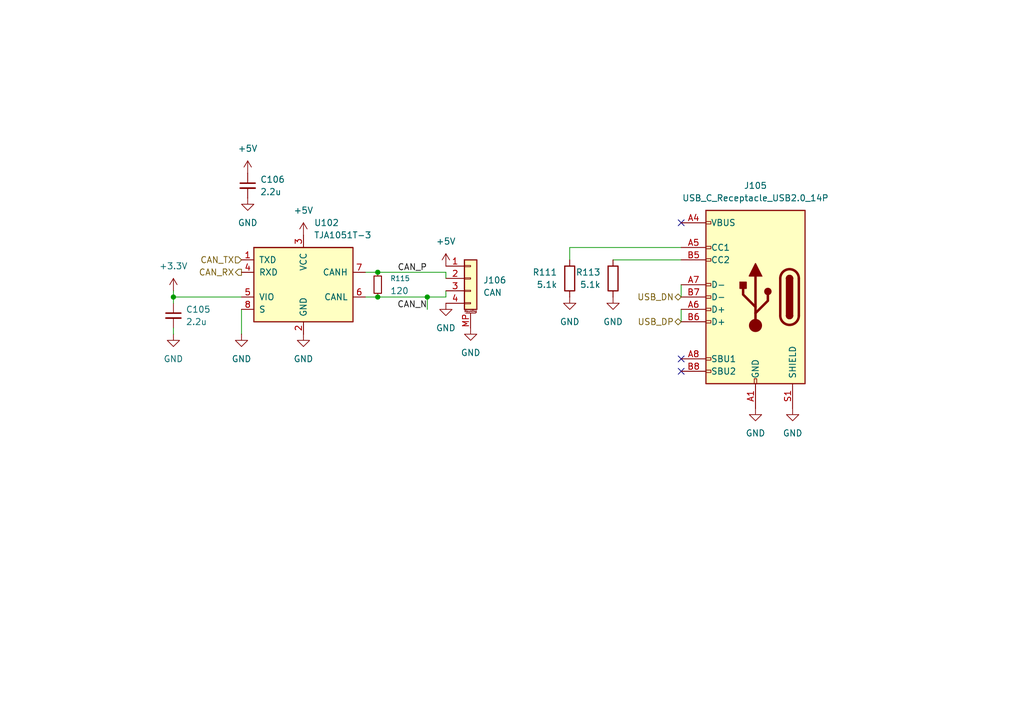
<source format=kicad_sch>
(kicad_sch (version 20250114) (generator "eeschema") (generator_version "9.0")
  (paper "A5")
  (title_block (title "GreenMobi Drive") (date "2025-09-09") (rev "1.0"))
  (lib_symbols
    (symbol "Connector:USB_C_Receptacle_USB2.0_16P" (pin_names (offset 1.016))
      (property "Reference" "J" (at 0 22.225 0))
      (property "Value" "USB_C_Receptacle_USB2.0_16P" (at 0 19.685 0))
      (symbol "USB_C_Receptacle_USB2.0_16P_0_0"
        (rectangle (start -0.254 -17.78) (end 0.254 -16.764))
        (rectangle (start 10.16 15.494) (end 9.144 14.986))
        (rectangle (start 10.16 10.414) (end 9.144 9.906))
        (rectangle (start 10.16 7.874) (end 9.144 7.366))
        (rectangle (start 10.16 2.794) (end 9.144 2.286))
        (rectangle (start 10.16 0.254) (end 9.144 -0.254))
        (rectangle (start 10.16 -2.286) (end 9.144 -2.794))
        (rectangle (start 10.16 -4.826) (end 9.144 -5.334))
        (rectangle (start 10.16 -12.446) (end 9.144 -12.954))
        (rectangle (start 10.16 -14.986) (end 9.144 -15.494))
      )
      (symbol "USB_C_Receptacle_USB2.0_16P_0_1"
        (rectangle (start -10.16 17.78) (end 10.16 -17.78) (stroke (width 0.254)) (fill (type background)))
        (polyline (pts (xy -8.89 -3.81) (xy -8.89 3.81)) (stroke (width 0.508)))
        (rectangle (start -7.62 -3.81) (end -6.35 3.81) (stroke (width 0.254)) (fill (type outline)))
        (arc (start -7.62 3.81) (mid -6.985 4.4423) (end -6.35 3.81) (stroke (width 0.254)))
        (arc (start -7.62 3.81) (mid -6.985 4.4423) (end -6.35 3.81) (stroke (width 0.254)) (fill (type outline)))
        (arc (start -8.89 3.81) (mid -6.985 5.7067) (end -5.08 3.81) (stroke (width 0.508)))
        (arc (start -5.08 -3.81) (mid -6.985 -5.7067) (end -8.89 -3.81) (stroke (width 0.508)))
        (arc (start -6.35 -3.81) (mid -6.985 -4.4423) (end -7.62 -3.81) (stroke (width 0.254)))
        (arc (start -6.35 -3.81) (mid -6.985 -4.4423) (end -7.62 -3.81) (stroke (width 0.254)) (fill (type outline)))
        (polyline (pts (xy -5.08 3.81) (xy -5.08 -3.81)) (stroke (width 0.508)))
        (circle (center -2.54 1.143) (radius 0.635) (stroke (width 0.254)) (fill (type outline)))
        (polyline (pts (xy -1.27 4.318) (xy 0 6.858) (xy 1.27 4.318) (xy -1.27 4.318)) (stroke (width 0.254)) (fill (type outline)))
        (polyline (pts (xy 0 -2.032) (xy 2.54 0.508) (xy 2.54 1.778)) (stroke (width 0.508)))
        (polyline (pts (xy 0 -3.302) (xy -2.54 -0.762) (xy -2.54 0.508)) (stroke (width 0.508)))
        (polyline (pts (xy 0 -5.842) (xy 0 4.318)) (stroke (width 0.508)))
        (circle (center 0 -5.842) (radius 1.27) (fill (type outline)))
        (rectangle (start 1.905 1.778) (end 3.175 3.048) (stroke (width 0.254)) (fill (type outline)))
      )
      (symbol "USB_C_Receptacle_USB2.0_16P_1_1"
        (pin passive line (at -7.62 -22.86 90) (length 5.08) (name "SHIELD") (number "S1"))
        (pin passive line (at 0 -22.86 90) (length 5.08) (name "GND") (number "A1"))
        (pin passive line (at 0 -22.86 90) (length 5.08) (hide yes) (name "GND") (number "A12"))
        (pin passive line (at 0 -22.86 90) (length 5.08) (hide yes) (name "GND") (number "B1"))
        (pin passive line (at 0 -22.86 90) (length 5.08) (hide yes) (name "GND") (number "B12"))
        (pin passive line (at 15.24 15.24 180) (length 5.08) (name "VBUS") (number "A4"))
        (pin passive line (at 15.24 15.24 180) (length 5.08) (hide yes) (name "VBUS") (number "A9"))
        (pin passive line (at 15.24 15.24 180) (length 5.08) (hide yes) (name "VBUS") (number "B4"))
        (pin passive line (at 15.24 15.24 180) (length 5.08) (hide yes) (name "VBUS") (number "B9"))
        (pin bidirectional line (at 15.24 10.16 180) (length 5.08) (name "CC1") (number "A5"))
        (pin bidirectional line (at 15.24 7.62 180) (length 5.08) (name "CC2") (number "B5"))
        (pin bidirectional line (at 15.24 2.54 180) (length 5.08) (name "D-") (number "A7"))
        (pin bidirectional line (at 15.24 0 180) (length 5.08) (name "D-") (number "B7"))
        (pin bidirectional line (at 15.24 -2.54 180) (length 5.08) (name "D+") (number "A6"))
        (pin bidirectional line (at 15.24 -5.08 180) (length 5.08) (name "D+") (number "B6"))
        (pin bidirectional line (at 15.24 -12.7 180) (length 5.08) (name "SBU1") (number "A8"))
        (pin bidirectional line (at 15.24 -15.24 180) (length 5.08) (name "SBU2") (number "B8"))
      )
    )
    (symbol "Connector_Generic_MountingPin:Conn_01x04_MountingPin" (pin_names (offset 1.016) (hide yes))
      (property "Reference" "J" (at 0 5.08 0))
      (property "Value" "Conn_01x04_MountingPin" (at 1.27 -7.62 0))
      (symbol "Conn_01x04_MountingPin_1_1"
        (rectangle (start -1.27 3.81) (end 1.27 -6.35) (stroke (width 0.254)) (fill (type background)))
        (rectangle (start -1.27 2.667) (end 0 2.413) (stroke (width 0.1524)))
        (rectangle (start -1.27 0.127) (end 0 -0.127) (stroke (width 0.1524)))
        (rectangle (start -1.27 -2.413) (end 0 -2.667) (stroke (width 0.1524)))
        (rectangle (start -1.27 -4.953) (end 0 -5.207) (stroke (width 0.1524)))
        (polyline (pts (xy -1.016 -7.112) (xy 1.016 -7.112)) (stroke (width 0.1524)))
        (text "Mounting" (at 0 -6.731 0) (effects (font (size 0.381 0.381))))
        (pin passive line (at -5.08 2.54 0) (length 3.81) (name "Pin_1") (number "1"))
        (pin passive line (at -5.08 0 0) (length 3.81) (name "Pin_2") (number "2"))
        (pin passive line (at -5.08 -2.54 0) (length 3.81) (name "Pin_3") (number "3"))
        (pin passive line (at -5.08 -5.08 0) (length 3.81) (name "Pin_4") (number "4"))
        (pin passive line (at 0 -10.16 90) (length 3.048) (name "MountPin") (number "MP"))
      )
    )
    (symbol "Device:C_Small" (pin_numbers (hide yes)) (pin_names (offset 0.254) (hide yes))
      (property "Reference" "C" (at 0.254 1.778 0))
      (property "Value" "C_Small" (at 0.254 -2.032 0))
      (symbol "C_Small_0_1"
        (polyline (pts (xy -1.524 0.508) (xy 1.524 0.508)) (stroke (width 0.3048)))
        (polyline (pts (xy -1.524 -0.508) (xy 1.524 -0.508)) (stroke (width 0.3302)))
      )
      (symbol "C_Small_1_1"
        (pin passive line (at 0 2.54 270) (length 2.032) (name "~") (number "1"))
        (pin passive line (at 0 -2.54 90) (length 2.032) (name "~") (number "2"))
      )
    )
    (symbol "Device:R" (pin_numbers (hide yes)) (pin_names (offset 0))
      (property "Reference" "R" (at 2.032 0 90))
      (property "Value" "R" (at 0 0 90))
      (symbol "R_0_1"
        (rectangle (start -1.016 -2.54) (end 1.016 2.54) (stroke (width 0.254)))
      )
      (symbol "R_1_1"
        (pin passive line (at 0 3.81 270) (length 1.27) (name "~") (number "1"))
        (pin passive line (at 0 -3.81 90) (length 1.27) (name "~") (number "2"))
      )
    )
    (symbol "Device:R_Small" (pin_numbers (hide yes)) (pin_names (offset 0.254) (hide yes))
      (property "Reference" "R" (at 0 0 90))
      (property "Value" "R_Small" (at 1.778 0 90))
      (symbol "R_Small_0_1"
        (rectangle (start -0.762 1.778) (end 0.762 -1.778) (stroke (width 0.2032)))
      )
      (symbol "R_Small_1_1"
        (pin passive line (at 0 2.54 270) (length 0.762) (name "~") (number "1"))
        (pin passive line (at 0 -2.54 90) (length 0.762) (name "~") (number "2"))
      )
    )
    (symbol "Interface_CAN_LIN:TJA1051T-3" (pin_names (offset 1.016))
      (property "Reference" "U" (at -10.16 8.89 0))
      (property "Value" "TJA1051T-3" (at 1.27 8.89 0))
      (symbol "TJA1051T-3_0_1"
        (rectangle (start -10.16 7.62) (end 10.16 -7.62) (stroke (width 0.254)) (fill (type background)))
      )
      (symbol "TJA1051T-3_1_1"
        (pin input line (at -12.7 5.08 0) (length 2.54) (name "TXD") (number "1"))
        (pin output line (at -12.7 2.54 0) (length 2.54) (name "RXD") (number "4"))
        (pin power_in line (at -12.7 -2.54 0) (length 2.54) (name "VIO") (number "5"))
        (pin input line (at -12.7 -5.08 0) (length 2.54) (name "S") (number "8"))
        (pin power_in line (at 0 10.16 270) (length 2.54) (name "VCC") (number "3"))
        (pin power_in line (at 0 -10.16 90) (length 2.54) (name "GND") (number "2"))
        (pin bidirectional line (at 12.7 2.54 180) (length 2.54) (name "CANH") (number "7"))
        (pin bidirectional line (at 12.7 -2.54 180) (length 2.54) (name "CANL") (number "6"))
      )
    )
    (symbol "power:+3.3V" (power) (pin_numbers (hide yes)) (pin_names (offset 0) (hide yes))
      (property "Value" "+3.3V" (at 0 3.556 0))
      (symbol "+3.3V_0_1"
        (polyline (pts (xy -0.762 1.27) (xy 0 2.54)))
        (polyline (pts (xy 0 2.54) (xy 0.762 1.27)))
        (polyline (pts (xy 0 0) (xy 0 2.54)))
      )
      (symbol "+3.3V_1_1"
        (pin power_in line (at 0 0 90) (length 0) (name "~") (number "1"))
      )
    )
    (symbol "power:+5V" (power) (pin_numbers (hide yes)) (pin_names (offset 0) (hide yes))
      (property "Value" "+5V" (at 0 3.556 0))
      (symbol "+5V_0_1"
        (polyline (pts (xy -0.762 1.27) (xy 0 2.54)))
        (polyline (pts (xy 0 2.54) (xy 0.762 1.27)))
        (polyline (pts (xy 0 0) (xy 0 2.54)))
      )
      (symbol "+5V_1_1"
        (pin power_in line (at 0 0 90) (length 0) (name "~") (number "1"))
      )
    )
    (symbol "power:GND" (power) (pin_numbers (hide yes)) (pin_names (offset 0) (hide yes))
      (property "Value" "GND" (at 0 -3.81 0))
      (symbol "GND_0_1"
        (polyline (pts (xy 0 0) (xy 0 -1.27) (xy 1.27 -1.27) (xy 0 -2.54) (xy -1.27 -1.27) (xy 0 -1.27)))
      )
      (symbol "GND_1_1"
        (pin power_in line (at 0 0 270) (length 0) (name "~") (number "1"))
      )
    )
  )
  (junction (at 87.63 60.96))
  (junction (at 77.47 60.96))
  (junction (at 77.47 55.88))
  (junction (at 35.56 60.96))
  (no_connect (at 139.7 45.72))
  (no_connect (at 139.7 73.66))
  (no_connect (at 139.7 76.2))
  (wire (pts (xy 49.53 63.5) (xy 49.53 68.58)))
  (wire (pts (xy 139.7 63.5) (xy 139.7 66.04)))
  (wire (pts (xy 77.47 55.88) (xy 91.44 55.88)))
  (wire (pts (xy 116.84 53.34) (xy 116.84 50.8)))
  (wire (pts (xy 139.7 58.42) (xy 139.7 60.96)))
  (wire (pts (xy 91.44 55.88) (xy 91.44 57.15)))
  (wire (pts (xy 87.63 60.96) (xy 87.63 63.5)))
  (wire (pts (xy 139.7 53.34) (xy 125.73 53.34)))
  (wire (pts (xy 91.44 60.96) (xy 91.44 59.69)))
  (wire (pts (xy 35.56 60.96) (xy 49.53 60.96)))
  (wire (pts (xy 35.56 59.69) (xy 35.56 60.96)))
  (wire (pts (xy 139.7 50.8) (xy 116.84 50.8)))
  (wire (pts (xy 77.47 60.96) (xy 87.63 60.96)))
  (wire (pts (xy 35.56 62.23) (xy 35.56 60.96)))
  (wire (pts (xy 74.93 55.88) (xy 77.47 55.88)))
  (wire (pts (xy 35.56 68.58) (xy 35.56 67.31)))
  (wire (pts (xy 87.63 60.96) (xy 91.44 60.96)))
  (wire (pts (xy 74.93 60.96) (xy 77.47 60.96)))
  (label "CAN_P" (at 87.63 55.88 180))
  (label "CAN_N" (at 87.63 63.5 180))
  (hierarchical_label "USB_DP" (shape bidirectional) (at 139.7 66.04 180))
  (hierarchical_label "CAN_RX" (shape output) (at 49.53 55.88 180))
  (hierarchical_label "CAN_TX" (shape input) (at 49.53 53.34 180))
  (hierarchical_label "USB_DN" (shape bidirectional) (at 139.7 60.96 180))
  (symbol (lib_id "Device:C_Small") (at 35.56 64.77 0) (unit 1)
    (property "Reference" "C105" (at 38.1 63.5062 0) (effects (justify left)))
    (property "Value" "2.2u" (at 38.1 66.0462 0) (effects (justify left)))
    (property "Footprint" "Capacitor_SMD:C_0402_1005Metric" (effects (hide yes)))
    (property "Description" "Unpolarized capacitor, small symbol" (effects (hide yes)))
    (property "LCSC" "C170151" (effects (hide yes)))
  )
  (symbol (lib_id "power:+5V") (at 91.44 54.61 0) (unit 1)
    (property "Reference" "#PWR0133" (effects (hide yes)))
    (property "Value" "+5V" (at 91.44 49.53 0))
    (property "Description" "Power symbol creates a global label with name \"+5V\"" (effects (hide yes)))
  )
  (symbol (lib_id "power:GND") (at 35.56 68.58 0) (unit 1)
    (property "Reference" "#PWR0124" (effects (hide yes)))
    (property "Value" "GND" (at 35.56 73.66 0))
    (property "Description" "Power symbol creates a global label with name \"GND\" , ground" (effects (hide yes)))
  )
  (symbol (lib_id "power:GND") (at 62.23 68.58 0) (unit 1)
    (property "Reference" "#PWR0130" (effects (hide yes)))
    (property "Value" "GND" (at 62.23 73.66 0))
    (property "Description" "Power symbol creates a global label with name \"GND\" , ground" (effects (hide yes)))
  )
  (symbol (lib_id "Device:R") (at 116.84 57.15 0) (mirror y) (unit 1)
    (property "Reference" "R111" (at 114.3 55.8799 0) (effects (justify left)))
    (property "Value" "5.1k" (at 114.3 58.4199 0) (effects (justify left)))
    (property "Footprint" "Resistor_SMD:R_0402_1005Metric" (effects (hide yes)))
    (property "Description" "Resistor" (effects (hide yes)))
    (property "LCSC" "C25905" (effects (hide yes)))
  )
  (symbol (lib_id "power:GND") (at 154.94 83.82 0) (mirror y) (unit 1)
    (property "Reference" "#PWR0131" (effects (hide yes)))
    (property "Value" "GND" (at 154.94 88.9 0))
    (property "Description" "Power symbol creates a global label with name \"GND\" , ground" (effects (hide yes)))
  )
  (symbol (lib_id "power:+5V") (at 50.8 35.56 0) (unit 1)
    (property "Reference" "#PWR0136" (effects (hide yes)))
    (property "Value" "+5V" (at 50.8 30.48 0))
    (property "Description" "Power symbol creates a global label with name \"+5V\"" (effects (hide yes)))
  )
  (symbol (lib_id "Device:R") (at 125.73 57.15 0) (mirror y) (unit 1)
    (property "Reference" "R113" (at 123.19 55.8799 0) (effects (justify left)))
    (property "Value" "5.1k" (at 123.19 58.4199 0) (effects (justify left)))
    (property "Footprint" "Resistor_SMD:R_0402_1005Metric" (effects (hide yes)))
    (property "Description" "Resistor" (effects (hide yes)))
    (property "LCSC" "C25905" (effects (hide yes)))
  )
  (symbol (lib_id "Device:R_Small") (at 77.47 58.42 0) (unit 1)
    (property "Reference" "R115" (at 80.01 57.1499 0) (effects (font (size 1.016 1.016)) (justify left)))
    (property "Value" "120" (at 80.01 59.6899 0) (effects (justify left)))
    (property "Footprint" "Resistor_SMD:R_0402_1005Metric" (effects (hide yes)))
    (property "Description" "Resistor, small symbol" (effects (hide yes)))
    (property "LCSC" "C25079" (effects (hide yes)))
  )
  (symbol (lib_id "power:GND") (at 91.44 62.23 0) (unit 1)
    (property "Reference" "#PWR0134" (effects (hide yes)))
    (property "Value" "GND" (at 91.44 67.31 0))
    (property "Description" "Power symbol creates a global label with name \"GND\" , ground" (effects (hide yes)))
  )
  (symbol (lib_id "power:+5V") (at 62.23 48.26 0) (unit 1)
    (property "Reference" "#PWR0129" (effects (hide yes)))
    (property "Value" "+5V" (at 62.23 43.18 0))
    (property "Description" "Power symbol creates a global label with name \"+5V\"" (effects (hide yes)))
  )
  (symbol (lib_id "Connector:USB_C_Receptacle_USB2.0_16P") (at 154.94 60.96 0) (mirror y) (unit 1)
    (property "Reference" "J105" (at 154.94 38.1 0))
    (property "Value" "USB_C_Receptacle_USB2.0_14P" (at 154.94 40.64 0))
    (property "Footprint" "Connector_USB:USB_C_Receptacle_Palconn_UTC16-G" (effects (hide yes)))
    (property "Datasheet" "https://www.usb.org/sites/default/files/documents/usb_type-c.zip" (effects (hide yes)))
    (property "Description" "USB 2.0-only 16P Type-C Receptacle connector" (effects (hide yes)))
    (property "LCSC" "C2765186" (effects (hide yes)))
  )
  (symbol (lib_id "power:GND") (at 96.52 67.31 0) (unit 1)
    (property "Reference" "#PWR0135" (effects (hide yes)))
    (property "Value" "GND" (at 96.52 72.39 0))
    (property "Description" "Power symbol creates a global label with name \"GND\" , ground" (effects (hide yes)))
  )
  (symbol (lib_id "power:GND") (at 50.8 40.64 0) (unit 1)
    (property "Reference" "#PWR0137" (effects (hide yes)))
    (property "Value" "GND" (at 50.8 45.72 0))
    (property "Description" "Power symbol creates a global label with name \"GND\" , ground" (effects (hide yes)))
  )
  (symbol (lib_id "power:+3.3V") (at 35.56 59.69 0) (unit 1)
    (property "Reference" "#PWR0123" (effects (hide yes)))
    (property "Value" "+3.3V" (at 35.56 54.61 0))
    (property "Description" "Power symbol creates a global label with name \"+3.3V\"" (effects (hide yes)))
  )
  (symbol (lib_id "Connector_Generic_MountingPin:Conn_01x04_MountingPin") (at 96.52 57.15 0) (unit 1)
    (property "Reference" "J106" (at 99.06 57.5055 0) (effects (justify left)))
    (property "Value" "CAN" (at 99.06 60.0455 0) (effects (justify left)))
    (property "Footprint" "Connector_JST:JST_GH_SM04B-GHS-TB_1x04-1MP_P1.25mm_Horizontal" (effects (hide yes)))
    (property "Description" "Generic connectable mounting pin connector, single row, 01x04, script generated (kicad-library-utils/schlib/autogen/connector/)" (effects (hide yes)))
    (property "LCSC" "C17700382" (effects (hide yes)))
  )
  (symbol (lib_id "Interface_CAN_LIN:TJA1051T-3") (at 62.23 58.42 0) (unit 1)
    (property "Reference" "U102" (at 64.3733 45.72 0) (effects (justify left)))
    (property "Value" "TJA1051T-3" (at 64.3733 48.26 0) (effects (justify left)))
    (property "Footprint" "Package_SO:SOIC-8_3.9x4.9mm_P1.27mm" (effects (hide yes)))
    (property "Datasheet" "http://www.nxp.com/docs/en/data-sheet/TJA1051.pdf" (effects (hide yes)))
    (property "Description" "High-Speed CAN Transceiver, separate VIO, silent mode, SOIC-8" (effects (hide yes)))
    (property "LCSC" "C38695" (effects (hide yes)))
  )
  (symbol (lib_id "power:GND") (at 125.73 60.96 0) (mirror y) (unit 1)
    (property "Reference" "#PWR0125" (effects (hide yes)))
    (property "Value" "GND" (at 125.73 66.04 0))
    (property "Description" "Power symbol creates a global label with name \"GND\" , ground" (effects (hide yes)))
  )
  (symbol (lib_id "power:GND") (at 162.56 83.82 0) (mirror y) (unit 1)
    (property "Reference" "#PWR0132" (effects (hide yes)))
    (property "Value" "GND" (at 162.56 88.9 0))
    (property "Description" "Power symbol creates a global label with name \"GND\" , ground" (effects (hide yes)))
  )
  (symbol (lib_id "power:GND") (at 116.84 60.96 0) (mirror y) (unit 1)
    (property "Reference" "#PWR0120" (effects (hide yes)))
    (property "Value" "GND" (at 116.84 66.04 0))
    (property "Description" "Power symbol creates a global label with name \"GND\" , ground" (effects (hide yes)))
  )
  (symbol (lib_id "Device:C_Small") (at 50.8 38.1 0) (unit 1)
    (property "Reference" "C106" (at 53.34 36.8362 0) (effects (justify left)))
    (property "Value" "2.2u" (at 53.34 39.3762 0) (effects (justify left)))
    (property "Footprint" "Capacitor_SMD:C_0402_1005Metric" (effects (hide yes)))
    (property "Description" "Unpolarized capacitor, small symbol" (effects (hide yes)))
    (property "LCSC" "C170151" (effects (hide yes)))
  )
  (symbol (lib_id "power:GND") (at 49.53 68.58 0) (unit 1)
    (property "Reference" "#PWR0128" (effects (hide yes)))
    (property "Value" "GND" (at 49.53 73.66 0))
    (property "Description" "Power symbol creates a global label with name \"GND\" , ground" (effects (hide yes)))
  )
)
</source>
